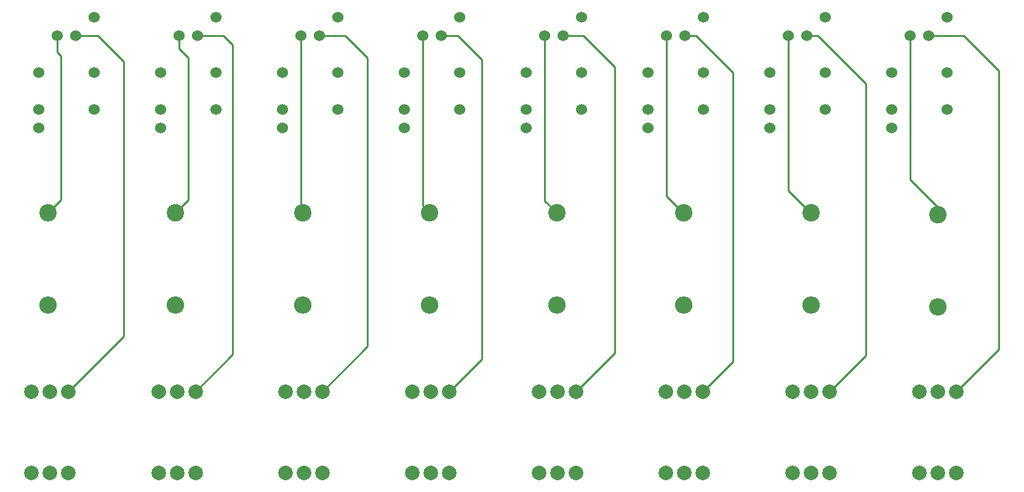
<source format=gbr>
%TF.GenerationSoftware,KiCad,Pcbnew,(5.1.9)-1*%
%TF.CreationDate,2021-04-13T13:52:40+02:00*%
%TF.ProjectId,Tasterplatine,54617374-6572-4706-9c61-74696e652e6b,rev?*%
%TF.SameCoordinates,Original*%
%TF.FileFunction,Copper,L1,Top*%
%TF.FilePolarity,Positive*%
%FSLAX46Y46*%
G04 Gerber Fmt 4.6, Leading zero omitted, Abs format (unit mm)*
G04 Created by KiCad (PCBNEW (5.1.9)-1) date 2021-04-13 13:52:40*
%MOMM*%
%LPD*%
G01*
G04 APERTURE LIST*
%TA.AperFunction,ComponentPad*%
%ADD10C,1.524000*%
%TD*%
%TA.AperFunction,ComponentPad*%
%ADD11C,2.000000*%
%TD*%
%TA.AperFunction,ComponentPad*%
%ADD12O,2.400000X2.400000*%
%TD*%
%TA.AperFunction,ComponentPad*%
%ADD13C,2.400000*%
%TD*%
%TA.AperFunction,Conductor*%
%ADD14C,0.250000*%
%TD*%
G04 APERTURE END LIST*
D10*
%TO.P,U8,7*%
%TO.N,N/C*%
X207772000Y-56388000D03*
%TO.P,U8,6*%
X200152000Y-71628000D03*
%TO.P,U8,2*%
%TO.N,Net-(J16-Pad3)*%
X207772000Y-69088000D03*
%TO.P,U8,3*%
%TO.N,Net-(J16-Pad1)*%
X200152000Y-69088000D03*
%TO.P,U8,1*%
%TO.N,Net-(J16-Pad2)*%
X200152000Y-64008000D03*
X207772000Y-64008000D03*
%TO.P,U8,5*%
%TO.N,Net-(J15-Pad3)*%
X205232000Y-58928000D03*
%TO.P,U8,4*%
%TO.N,Net-(R8-Pad1)*%
X202692000Y-58928000D03*
%TD*%
%TO.P,U7,7*%
%TO.N,N/C*%
X191008000Y-56388000D03*
%TO.P,U7,6*%
X183388000Y-71628000D03*
%TO.P,U7,2*%
%TO.N,Net-(J14-Pad3)*%
X191008000Y-69088000D03*
%TO.P,U7,3*%
%TO.N,Net-(J14-Pad1)*%
X183388000Y-69088000D03*
%TO.P,U7,1*%
%TO.N,Net-(J14-Pad2)*%
X183388000Y-64008000D03*
X191008000Y-64008000D03*
%TO.P,U7,5*%
%TO.N,Net-(J13-Pad3)*%
X188468000Y-58928000D03*
%TO.P,U7,4*%
%TO.N,Net-(R7-Pad1)*%
X185928000Y-58928000D03*
%TD*%
%TO.P,U6,7*%
%TO.N,N/C*%
X174244000Y-56388000D03*
%TO.P,U6,6*%
X166624000Y-71628000D03*
%TO.P,U6,2*%
%TO.N,Net-(J12-Pad3)*%
X174244000Y-69088000D03*
%TO.P,U6,3*%
%TO.N,Net-(J12-Pad1)*%
X166624000Y-69088000D03*
%TO.P,U6,1*%
%TO.N,Net-(J12-Pad2)*%
X166624000Y-64008000D03*
X174244000Y-64008000D03*
%TO.P,U6,5*%
%TO.N,Net-(J11-Pad3)*%
X171704000Y-58928000D03*
%TO.P,U6,4*%
%TO.N,Net-(R6-Pad1)*%
X169164000Y-58928000D03*
%TD*%
%TO.P,U5,7*%
%TO.N,N/C*%
X157480000Y-56388000D03*
%TO.P,U5,6*%
X149860000Y-71628000D03*
%TO.P,U5,2*%
%TO.N,Net-(J10-Pad3)*%
X157480000Y-69088000D03*
%TO.P,U5,3*%
%TO.N,Net-(J10-Pad1)*%
X149860000Y-69088000D03*
%TO.P,U5,1*%
%TO.N,Net-(J10-Pad2)*%
X149860000Y-64008000D03*
X157480000Y-64008000D03*
%TO.P,U5,5*%
%TO.N,Net-(J9-Pad3)*%
X154940000Y-58928000D03*
%TO.P,U5,4*%
%TO.N,Net-(R5-Pad1)*%
X152400000Y-58928000D03*
%TD*%
%TO.P,U4,7*%
%TO.N,N/C*%
X140716000Y-56388000D03*
%TO.P,U4,6*%
X133096000Y-71628000D03*
%TO.P,U4,2*%
%TO.N,Net-(J8-Pad3)*%
X140716000Y-69088000D03*
%TO.P,U4,3*%
%TO.N,Net-(J8-Pad1)*%
X133096000Y-69088000D03*
%TO.P,U4,1*%
%TO.N,Net-(J8-Pad2)*%
X133096000Y-64008000D03*
X140716000Y-64008000D03*
%TO.P,U4,5*%
%TO.N,Net-(J7-Pad3)*%
X138176000Y-58928000D03*
%TO.P,U4,4*%
%TO.N,Net-(R4-Pad1)*%
X135636000Y-58928000D03*
%TD*%
%TO.P,U3,7*%
%TO.N,N/C*%
X123952000Y-56388000D03*
%TO.P,U3,6*%
X116332000Y-71628000D03*
%TO.P,U3,2*%
%TO.N,Net-(J6-Pad3)*%
X123952000Y-69088000D03*
%TO.P,U3,3*%
%TO.N,Net-(J6-Pad1)*%
X116332000Y-69088000D03*
%TO.P,U3,1*%
%TO.N,Net-(J6-Pad2)*%
X116332000Y-64008000D03*
X123952000Y-64008000D03*
%TO.P,U3,5*%
%TO.N,Net-(J5-Pad3)*%
X121412000Y-58928000D03*
%TO.P,U3,4*%
%TO.N,Net-(R3-Pad1)*%
X118872000Y-58928000D03*
%TD*%
%TO.P,U2,7*%
%TO.N,N/C*%
X107188000Y-56388000D03*
%TO.P,U2,6*%
X99568000Y-71628000D03*
%TO.P,U2,2*%
%TO.N,Net-(J4-Pad3)*%
X107188000Y-69088000D03*
%TO.P,U2,3*%
%TO.N,Net-(J4-Pad1)*%
X99568000Y-69088000D03*
%TO.P,U2,1*%
%TO.N,Net-(J4-Pad2)*%
X99568000Y-64008000D03*
X107188000Y-64008000D03*
%TO.P,U2,5*%
%TO.N,Net-(J3-Pad3)*%
X104648000Y-58928000D03*
%TO.P,U2,4*%
%TO.N,Net-(R2-Pad1)*%
X102108000Y-58928000D03*
%TD*%
%TO.P,U1,7*%
%TO.N,N/C*%
X90424000Y-56388000D03*
%TO.P,U1,6*%
X82804000Y-71628000D03*
%TO.P,U1,2*%
%TO.N,Net-(J2-Pad3)*%
X90424000Y-69088000D03*
%TO.P,U1,3*%
%TO.N,Net-(J2-Pad1)*%
X82804000Y-69088000D03*
%TO.P,U1,1*%
%TO.N,Net-(J2-Pad2)*%
X82804000Y-64008000D03*
X90424000Y-64008000D03*
%TO.P,U1,5*%
%TO.N,Net-(J1-Pad3)*%
X87884000Y-58928000D03*
%TO.P,U1,4*%
%TO.N,Net-(R1-Pad1)*%
X85344000Y-58928000D03*
%TD*%
D11*
%TO.P,J1,3*%
%TO.N,Net-(J1-Pad3)*%
X86868000Y-107950000D03*
%TO.P,J1,2*%
%TO.N,Net-(J1-Pad2)*%
X84328000Y-107950000D03*
%TO.P,J1,1*%
%TO.N,Net-(J1-Pad1)*%
X81788000Y-107950000D03*
%TD*%
%TO.P,J2,3*%
%TO.N,Net-(J2-Pad3)*%
X86868000Y-119126000D03*
%TO.P,J2,2*%
%TO.N,Net-(J2-Pad2)*%
X84328000Y-119126000D03*
%TO.P,J2,1*%
%TO.N,Net-(J2-Pad1)*%
X81788000Y-119126000D03*
%TD*%
%TO.P,J3,1*%
%TO.N,Net-(J3-Pad1)*%
X99241428Y-107950000D03*
%TO.P,J3,2*%
%TO.N,Net-(J3-Pad2)*%
X101781428Y-107950000D03*
%TO.P,J3,3*%
%TO.N,Net-(J3-Pad3)*%
X104321428Y-107950000D03*
%TD*%
%TO.P,J4,1*%
%TO.N,Net-(J4-Pad1)*%
X99241428Y-119126000D03*
%TO.P,J4,2*%
%TO.N,Net-(J4-Pad2)*%
X101781428Y-119126000D03*
%TO.P,J4,3*%
%TO.N,Net-(J4-Pad3)*%
X104321428Y-119126000D03*
%TD*%
%TO.P,J5,1*%
%TO.N,Net-(J5-Pad1)*%
X116694856Y-107950000D03*
%TO.P,J5,2*%
%TO.N,Net-(J5-Pad2)*%
X119234856Y-107950000D03*
%TO.P,J5,3*%
%TO.N,Net-(J5-Pad3)*%
X121774856Y-107950000D03*
%TD*%
%TO.P,J6,3*%
%TO.N,Net-(J6-Pad3)*%
X121774856Y-119126000D03*
%TO.P,J6,2*%
%TO.N,Net-(J6-Pad2)*%
X119234856Y-119126000D03*
%TO.P,J6,1*%
%TO.N,Net-(J6-Pad1)*%
X116694856Y-119126000D03*
%TD*%
%TO.P,J7,3*%
%TO.N,Net-(J7-Pad3)*%
X139228284Y-107950000D03*
%TO.P,J7,2*%
%TO.N,Net-(J7-Pad2)*%
X136688284Y-107950000D03*
%TO.P,J7,1*%
%TO.N,Net-(J7-Pad1)*%
X134148284Y-107950000D03*
%TD*%
%TO.P,J8,1*%
%TO.N,Net-(J8-Pad1)*%
X134148284Y-119126000D03*
%TO.P,J8,2*%
%TO.N,Net-(J8-Pad2)*%
X136688284Y-119126000D03*
%TO.P,J8,3*%
%TO.N,Net-(J8-Pad3)*%
X139228284Y-119126000D03*
%TD*%
%TO.P,J9,1*%
%TO.N,Net-(J9-Pad1)*%
X151601712Y-107950000D03*
%TO.P,J9,2*%
%TO.N,Net-(J9-Pad2)*%
X154141712Y-107950000D03*
%TO.P,J9,3*%
%TO.N,Net-(J9-Pad3)*%
X156681712Y-107950000D03*
%TD*%
%TO.P,J10,3*%
%TO.N,Net-(J10-Pad3)*%
X156681712Y-119126000D03*
%TO.P,J10,2*%
%TO.N,Net-(J10-Pad2)*%
X154141712Y-119126000D03*
%TO.P,J10,1*%
%TO.N,Net-(J10-Pad1)*%
X151601712Y-119126000D03*
%TD*%
%TO.P,J11,3*%
%TO.N,Net-(J11-Pad3)*%
X174135140Y-107950000D03*
%TO.P,J11,2*%
%TO.N,Net-(J11-Pad2)*%
X171595140Y-107950000D03*
%TO.P,J11,1*%
%TO.N,Net-(J11-Pad1)*%
X169055140Y-107950000D03*
%TD*%
%TO.P,J12,1*%
%TO.N,Net-(J12-Pad1)*%
X169055140Y-119126000D03*
%TO.P,J12,2*%
%TO.N,Net-(J12-Pad2)*%
X171595140Y-119126000D03*
%TO.P,J12,3*%
%TO.N,Net-(J12-Pad3)*%
X174135140Y-119126000D03*
%TD*%
%TO.P,J13,1*%
%TO.N,Net-(J13-Pad1)*%
X186508568Y-107950000D03*
%TO.P,J13,2*%
%TO.N,Net-(J13-Pad2)*%
X189048568Y-107950000D03*
%TO.P,J13,3*%
%TO.N,Net-(J13-Pad3)*%
X191588568Y-107950000D03*
%TD*%
%TO.P,J14,3*%
%TO.N,Net-(J14-Pad3)*%
X191588568Y-119126000D03*
%TO.P,J14,2*%
%TO.N,Net-(J14-Pad2)*%
X189048568Y-119126000D03*
%TO.P,J14,1*%
%TO.N,Net-(J14-Pad1)*%
X186508568Y-119126000D03*
%TD*%
%TO.P,J15,3*%
%TO.N,Net-(J15-Pad3)*%
X209042000Y-107950000D03*
%TO.P,J15,2*%
%TO.N,Net-(J15-Pad2)*%
X206502000Y-107950000D03*
%TO.P,J15,1*%
%TO.N,Net-(J15-Pad1)*%
X203962000Y-107950000D03*
%TD*%
%TO.P,J16,1*%
%TO.N,Net-(J16-Pad1)*%
X203962000Y-119126000D03*
%TO.P,J16,2*%
%TO.N,Net-(J16-Pad2)*%
X206502000Y-119126000D03*
%TO.P,J16,3*%
%TO.N,Net-(J16-Pad3)*%
X209042000Y-119126000D03*
%TD*%
D12*
%TO.P,R1,2*%
%TO.N,Net-(J1-Pad2)*%
X84074000Y-96012000D03*
D13*
%TO.P,R1,1*%
%TO.N,Net-(R1-Pad1)*%
X84074000Y-83312000D03*
%TD*%
D12*
%TO.P,R2,2*%
%TO.N,Net-(J3-Pad2)*%
X101563714Y-96012000D03*
D13*
%TO.P,R2,1*%
%TO.N,Net-(R2-Pad1)*%
X101563714Y-83312000D03*
%TD*%
%TO.P,R3,1*%
%TO.N,Net-(R3-Pad1)*%
X119053428Y-83312000D03*
D12*
%TO.P,R3,2*%
%TO.N,Net-(J5-Pad2)*%
X119053428Y-96012000D03*
%TD*%
D13*
%TO.P,R4,1*%
%TO.N,Net-(R4-Pad1)*%
X136543142Y-83312000D03*
D12*
%TO.P,R4,2*%
%TO.N,Net-(J7-Pad2)*%
X136543142Y-96012000D03*
%TD*%
%TO.P,R5,2*%
%TO.N,Net-(J9-Pad2)*%
X154032856Y-96012000D03*
D13*
%TO.P,R5,1*%
%TO.N,Net-(R5-Pad1)*%
X154032856Y-83312000D03*
%TD*%
D12*
%TO.P,R6,2*%
%TO.N,Net-(J11-Pad2)*%
X171522570Y-96012000D03*
D13*
%TO.P,R6,1*%
%TO.N,Net-(R6-Pad1)*%
X171522570Y-83312000D03*
%TD*%
%TO.P,R7,1*%
%TO.N,Net-(R7-Pad1)*%
X189012284Y-83312000D03*
D12*
%TO.P,R7,2*%
%TO.N,Net-(J13-Pad2)*%
X189012284Y-96012000D03*
%TD*%
D13*
%TO.P,R8,1*%
%TO.N,Net-(R8-Pad1)*%
X206502000Y-83566000D03*
D12*
%TO.P,R8,2*%
%TO.N,Net-(J15-Pad2)*%
X206502000Y-96266000D03*
%TD*%
D14*
%TO.N,Net-(J1-Pad3)*%
X94488000Y-100330000D02*
X86868000Y-107950000D01*
X94488000Y-62484000D02*
X94488000Y-100330000D01*
X90932000Y-58928000D02*
X94488000Y-62484000D01*
X87884000Y-58928000D02*
X90932000Y-58928000D01*
%TO.N,Net-(J3-Pad3)*%
X104648000Y-58928000D02*
X108204000Y-58928000D01*
X108204000Y-58928000D02*
X109474000Y-60198000D01*
X109474000Y-102797428D02*
X104321428Y-107950000D01*
X109474000Y-60198000D02*
X109474000Y-102797428D01*
%TO.N,Net-(J5-Pad3)*%
X121412000Y-58928000D02*
X124968000Y-58928000D01*
X124968000Y-58928000D02*
X128016000Y-61976000D01*
X128016000Y-101708856D02*
X121774856Y-107950000D01*
X128016000Y-61976000D02*
X128016000Y-101708856D01*
%TO.N,Net-(J7-Pad3)*%
X138176000Y-58928000D02*
X140462000Y-58928000D01*
X140462000Y-58928000D02*
X143764000Y-62230000D01*
X143764000Y-103414284D02*
X139228284Y-107950000D01*
X143764000Y-62230000D02*
X143764000Y-103414284D01*
%TO.N,Net-(J9-Pad3)*%
X154940000Y-58928000D02*
X157734000Y-58928000D01*
X157734000Y-58928000D02*
X162052000Y-63246000D01*
X162052000Y-102579712D02*
X156681712Y-107950000D01*
X162052000Y-63246000D02*
X162052000Y-102579712D01*
%TO.N,Net-(J11-Pad3)*%
X171704000Y-58928000D02*
X173228000Y-58928000D01*
X173228000Y-58928000D02*
X178308000Y-64008000D01*
X178308000Y-103777140D02*
X174135140Y-107950000D01*
X178308000Y-64008000D02*
X178308000Y-103777140D01*
%TO.N,Net-(J13-Pad3)*%
X188468000Y-58928000D02*
X189992000Y-58928000D01*
X189992000Y-58928000D02*
X196596000Y-65532000D01*
X196596000Y-102942568D02*
X191588568Y-107950000D01*
X196596000Y-65532000D02*
X196596000Y-102942568D01*
%TO.N,Net-(J15-Pad3)*%
X205232000Y-58928000D02*
X210058000Y-58928000D01*
X210058000Y-58928000D02*
X214884000Y-63754000D01*
X214884000Y-102108000D02*
X209042000Y-107950000D01*
X214884000Y-63754000D02*
X214884000Y-102108000D01*
%TO.N,Net-(R1-Pad1)*%
X85344000Y-58928000D02*
X85344000Y-61214000D01*
X85344000Y-61214000D02*
X85852000Y-61722000D01*
X85852000Y-81534000D02*
X84074000Y-83312000D01*
X85852000Y-61722000D02*
X85852000Y-81534000D01*
%TO.N,Net-(R2-Pad1)*%
X101563714Y-83312000D02*
X103378000Y-81497714D01*
X103378000Y-81497714D02*
X103378000Y-61976000D01*
X103378000Y-61976000D02*
X102108000Y-60706000D01*
X102108000Y-60706000D02*
X102108000Y-58928000D01*
%TO.N,Net-(R3-Pad1)*%
X118872000Y-83130572D02*
X119053428Y-83312000D01*
X118872000Y-58928000D02*
X118872000Y-83130572D01*
%TO.N,Net-(R4-Pad1)*%
X135636000Y-82404858D02*
X136543142Y-83312000D01*
X135636000Y-58928000D02*
X135636000Y-82404858D01*
%TO.N,Net-(R5-Pad1)*%
X152400000Y-81679144D02*
X154032856Y-83312000D01*
X152400000Y-58928000D02*
X152400000Y-81679144D01*
%TO.N,Net-(R6-Pad1)*%
X169164000Y-58928000D02*
X169164000Y-81026000D01*
X171450000Y-83312000D02*
X171522570Y-83312000D01*
X169164000Y-81026000D02*
X171450000Y-83312000D01*
%TO.N,Net-(R7-Pad1)*%
X185928000Y-58928000D02*
X185928000Y-80264000D01*
X188976000Y-83312000D02*
X189012284Y-83312000D01*
X185928000Y-80264000D02*
X188976000Y-83312000D01*
%TO.N,Net-(R8-Pad1)*%
X202692000Y-58928000D02*
X202692000Y-78740000D01*
X206502000Y-82550000D02*
X206502000Y-83566000D01*
X202692000Y-78740000D02*
X206502000Y-82550000D01*
%TD*%
M02*

</source>
